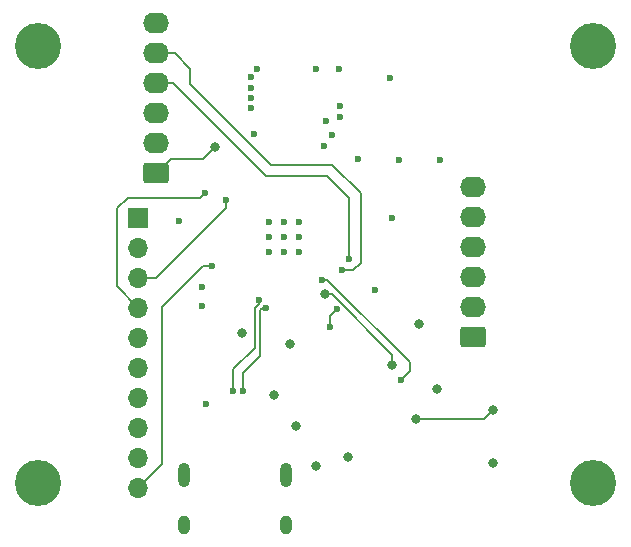
<source format=gbl>
G04 #@! TF.GenerationSoftware,KiCad,Pcbnew,6.0.2+dfsg-1*
G04 #@! TF.CreationDate,2023-01-06T20:52:01-08:00*
G04 #@! TF.ProjectId,RP2040_debugger,52503230-3430-45f6-9465-627567676572,REV1*
G04 #@! TF.SameCoordinates,Original*
G04 #@! TF.FileFunction,Copper,L4,Bot*
G04 #@! TF.FilePolarity,Positive*
%FSLAX46Y46*%
G04 Gerber Fmt 4.6, Leading zero omitted, Abs format (unit mm)*
G04 Created by KiCad (PCBNEW 6.0.2+dfsg-1) date 2023-01-06 20:52:01*
%MOMM*%
%LPD*%
G01*
G04 APERTURE LIST*
G04 Aperture macros list*
%AMRoundRect*
0 Rectangle with rounded corners*
0 $1 Rounding radius*
0 $2 $3 $4 $5 $6 $7 $8 $9 X,Y pos of 4 corners*
0 Add a 4 corners polygon primitive as box body*
4,1,4,$2,$3,$4,$5,$6,$7,$8,$9,$2,$3,0*
0 Add four circle primitives for the rounded corners*
1,1,$1+$1,$2,$3*
1,1,$1+$1,$4,$5*
1,1,$1+$1,$6,$7*
1,1,$1+$1,$8,$9*
0 Add four rect primitives between the rounded corners*
20,1,$1+$1,$2,$3,$4,$5,0*
20,1,$1+$1,$4,$5,$6,$7,0*
20,1,$1+$1,$6,$7,$8,$9,0*
20,1,$1+$1,$8,$9,$2,$3,0*%
G04 Aperture macros list end*
G04 #@! TA.AperFunction,ComponentPad*
%ADD10C,0.600000*%
G04 #@! TD*
G04 #@! TA.AperFunction,ComponentPad*
%ADD11C,3.900000*%
G04 #@! TD*
G04 #@! TA.AperFunction,ComponentPad*
%ADD12R,1.700000X1.700000*%
G04 #@! TD*
G04 #@! TA.AperFunction,ComponentPad*
%ADD13O,1.700000X1.700000*%
G04 #@! TD*
G04 #@! TA.AperFunction,ComponentPad*
%ADD14RoundRect,0.250000X0.845000X-0.620000X0.845000X0.620000X-0.845000X0.620000X-0.845000X-0.620000X0*%
G04 #@! TD*
G04 #@! TA.AperFunction,ComponentPad*
%ADD15O,2.190000X1.740000*%
G04 #@! TD*
G04 #@! TA.AperFunction,ComponentPad*
%ADD16O,1.000000X2.100000*%
G04 #@! TD*
G04 #@! TA.AperFunction,ComponentPad*
%ADD17O,1.000000X1.600000*%
G04 #@! TD*
G04 #@! TA.AperFunction,ViaPad*
%ADD18C,0.600000*%
G04 #@! TD*
G04 #@! TA.AperFunction,ViaPad*
%ADD19C,0.800000*%
G04 #@! TD*
G04 #@! TA.AperFunction,Conductor*
%ADD20C,0.200000*%
G04 #@! TD*
G04 APERTURE END LIST*
D10*
X90790000Y-76150000D03*
X92065000Y-77425000D03*
X90790000Y-74875000D03*
X92065000Y-74875000D03*
X90790000Y-77425000D03*
X89515000Y-76150000D03*
X89515000Y-74875000D03*
X92065000Y-76150000D03*
X89515000Y-77425000D03*
D11*
X70000000Y-97000000D03*
D12*
X78500000Y-74500000D03*
D13*
X78500000Y-77040000D03*
X78500000Y-79580000D03*
X78500000Y-82120000D03*
X78500000Y-84660000D03*
X78500000Y-87200000D03*
X78500000Y-89740000D03*
X78500000Y-92280000D03*
X78500000Y-94820000D03*
X78500000Y-97360000D03*
D11*
X117000000Y-97000000D03*
X70000000Y-60000000D03*
D14*
X106832000Y-84636000D03*
D15*
X106832000Y-82096000D03*
X106832000Y-79556000D03*
X106832000Y-77016000D03*
X106832000Y-74476000D03*
X106832000Y-71936000D03*
D11*
X117000000Y-60000000D03*
D14*
X80000000Y-70750000D03*
D15*
X80000000Y-68210000D03*
X80000000Y-65670000D03*
X80000000Y-63130000D03*
X80000000Y-60590000D03*
X80000000Y-58050000D03*
D16*
X90970000Y-96295000D03*
X82330000Y-96295000D03*
D17*
X82330000Y-100475000D03*
X90970000Y-100475000D03*
D18*
X104000000Y-69600000D03*
X100600000Y-69600000D03*
X97100000Y-69500000D03*
D19*
X91850000Y-92100000D03*
X87250000Y-84250000D03*
X108500000Y-95250000D03*
D18*
X94400000Y-66300000D03*
X84250000Y-90250000D03*
X81900000Y-74800000D03*
X88000000Y-62600000D03*
X94900000Y-67500000D03*
X95500000Y-61900000D03*
X88300000Y-67400000D03*
D19*
X102250000Y-83500000D03*
X91350000Y-85200000D03*
D18*
X88500000Y-61900000D03*
D19*
X103750000Y-89000000D03*
D18*
X99800000Y-62700000D03*
X88000000Y-63500000D03*
X98500000Y-80600000D03*
X95600000Y-65000000D03*
X94200000Y-68400000D03*
D19*
X93500000Y-95500000D03*
D18*
X83850000Y-81950000D03*
X93500000Y-61900000D03*
X100000000Y-74500000D03*
D19*
X96250000Y-94750000D03*
D18*
X88000000Y-64400000D03*
X88000000Y-65200000D03*
X95600000Y-66000000D03*
X83850000Y-80350000D03*
D19*
X90000000Y-89500000D03*
D18*
X95700000Y-78900000D03*
X96300000Y-78000000D03*
X84700000Y-78600000D03*
D19*
X85000000Y-68500000D03*
D18*
X85900000Y-73000000D03*
X84100000Y-72400000D03*
X100750000Y-88250000D03*
X94000000Y-79750000D03*
D19*
X102000000Y-91500000D03*
X108500000Y-90750000D03*
D18*
X89309413Y-82105241D03*
X87387000Y-89200000D03*
X86537000Y-89200000D03*
X88708371Y-81504199D03*
D19*
X100000000Y-87000000D03*
X94272119Y-80977881D03*
D18*
X95319640Y-82268741D03*
X94750000Y-83750000D03*
D20*
X85000000Y-68500000D02*
X84000000Y-69500000D01*
X84000000Y-69500000D02*
X81250000Y-69500000D01*
X81250000Y-69500000D02*
X80000000Y-70750000D01*
X89309413Y-82105241D02*
X89026570Y-82105241D01*
X89026570Y-82105241D02*
X88825000Y-82306811D01*
X87387000Y-87613000D02*
X87387000Y-89200000D01*
X88825000Y-82306811D02*
X88825000Y-86175000D01*
X88825000Y-86175000D02*
X87387000Y-87613000D01*
X82900000Y-61900000D02*
X81590000Y-60590000D01*
X81590000Y-60590000D02*
X80250000Y-60590000D01*
X94900000Y-70000000D02*
X89700000Y-70000000D01*
X82900000Y-63200000D02*
X82900000Y-61900000D01*
X96700000Y-78900000D02*
X97300000Y-78300000D01*
X97300000Y-72400000D02*
X94900000Y-70000000D01*
X97300000Y-78300000D02*
X97300000Y-72400000D01*
X95700000Y-78900000D02*
X96700000Y-78900000D01*
X80250000Y-60590000D02*
X80000000Y-60340000D01*
X89700000Y-70000000D02*
X82900000Y-63200000D01*
X80250000Y-63130000D02*
X80000000Y-62880000D01*
X96300000Y-78000000D02*
X96300000Y-72800000D01*
X96300000Y-72800000D02*
X94500000Y-71000000D01*
X81430000Y-63130000D02*
X80250000Y-63130000D01*
X89300000Y-71000000D02*
X81430000Y-63130000D01*
X94500000Y-71000000D02*
X89300000Y-71000000D01*
X80500000Y-82042762D02*
X80500000Y-95360000D01*
X80500000Y-95360000D02*
X78500000Y-97360000D01*
X83942762Y-78600000D02*
X80500000Y-82042762D01*
X84700000Y-78600000D02*
X83942762Y-78600000D01*
X85900000Y-73700000D02*
X85900000Y-73000000D01*
X78500000Y-79580000D02*
X80020000Y-79580000D01*
X80020000Y-79580000D02*
X85900000Y-73700000D01*
X76700000Y-80320000D02*
X78500000Y-82120000D01*
X83700000Y-72800000D02*
X77600000Y-72800000D01*
X76700000Y-73700000D02*
X76700000Y-80320000D01*
X77600000Y-72800000D02*
X76700000Y-73700000D01*
X84100000Y-72400000D02*
X83700000Y-72800000D01*
X101500000Y-86750000D02*
X101500000Y-87500000D01*
X101500000Y-87500000D02*
X100750000Y-88250000D01*
X94000000Y-79750000D02*
X94500000Y-79750000D01*
X94500000Y-79750000D02*
X101500000Y-86750000D01*
X102000000Y-91500000D02*
X107750000Y-91500000D01*
X107750000Y-91500000D02*
X108500000Y-90750000D01*
X88375000Y-85506800D02*
X86537000Y-87344800D01*
X88708371Y-81504199D02*
X88708371Y-81787042D01*
X86537000Y-87344800D02*
X86537000Y-89200000D01*
X88375000Y-82120413D02*
X88375000Y-85506800D01*
X88708371Y-81787042D02*
X88375000Y-82120413D01*
X100000000Y-86101263D02*
X100000000Y-87000000D01*
X94272119Y-80977881D02*
X94876618Y-80977881D01*
X94876618Y-80977881D02*
X100000000Y-86101263D01*
X94750000Y-82838381D02*
X95319640Y-82268741D01*
X94750000Y-83750000D02*
X94750000Y-82838381D01*
M02*

</source>
